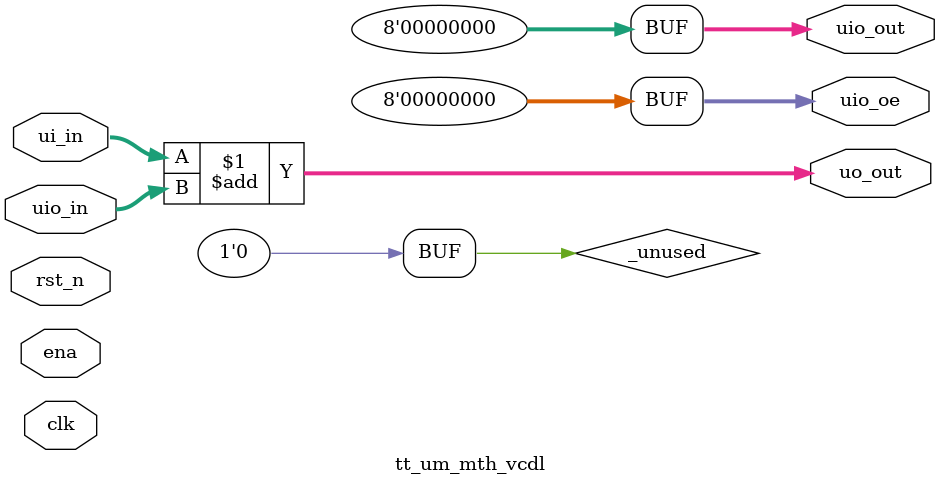
<source format=v>
/*
 * Copyright (c) 2024 Your Name
 * SPDX-License-Identifier: Apache-2.0
 */

`default_nettype none

module tt_um_mth_vcdl (
    input  wire [7:0] ui_in,    // Dedicated inputs
    output wire [7:0] uo_out,   // Dedicated outputs
    input  wire [7:0] uio_in,   // IOs: Input path
    output wire [7:0] uio_out,  // IOs: Output path
    output wire [7:0] uio_oe,   // IOs: Enable path (active high: 0=input, 1=output)
    input  wire       ena,      // always 1 when the design is powered, so you can ignore it
    input  wire       clk,      // clock
    input  wire       rst_n     // reset_n - low to reset
);

  // All output pins must be assigned. If not used, assign to 0.
  assign uo_out  = ui_in + uio_in;  // Example: ou_out is the sum of ui_in and uio_in
  assign uio_out = 0;
  assign uio_oe  = 0;

  // List all unused inputs to prevent warnings
  wire _unused = &{ena, clk, rst_n, 1'b0};

endmodule

</source>
